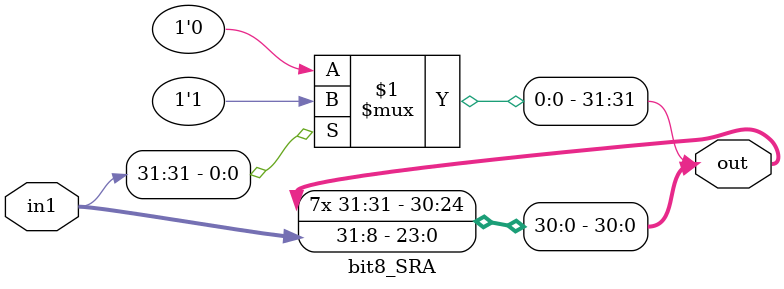
<source format=v>
module bit8_SRA(in1, out);

input [31:0] in1;
output [31:0] out;

genvar c;
   generate
	for(c=0; c<=23;c=c+1) begin: loop1
	
	assign out[c] = in1[c+8];
	
	end
	endgenerate

assign out[24] = in1[31] ? 1'b1 : 1'b0;

assign out[25] = out[24];
assign out[26] = out[24];
assign out[27] = out[24];
assign out[28] = out[24];
assign out[29] = out[24];
assign out[30] = out[24];
assign out[31] = out[24];
endmodule
</source>
